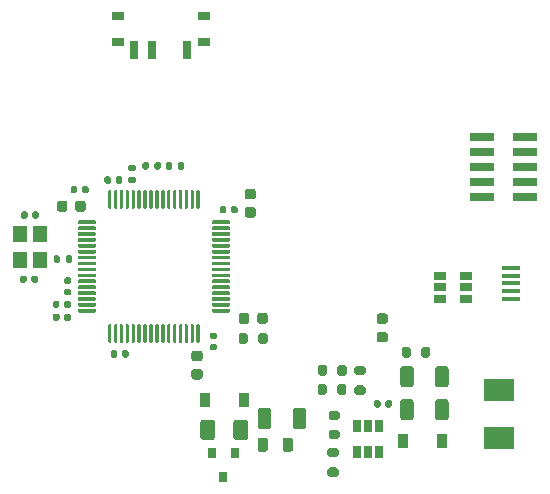
<source format=gbr>
%TF.GenerationSoftware,KiCad,Pcbnew,(5.1.10-1-10_14)*%
%TF.CreationDate,2022-04-25T19:01:15+02:00*%
%TF.ProjectId,STM32_USB_BuckConvertor,53544d33-325f-4555-9342-5f4275636b43,rev?*%
%TF.SameCoordinates,Original*%
%TF.FileFunction,Paste,Top*%
%TF.FilePolarity,Positive*%
%FSLAX46Y46*%
G04 Gerber Fmt 4.6, Leading zero omitted, Abs format (unit mm)*
G04 Created by KiCad (PCBNEW (5.1.10-1-10_14)) date 2022-04-25 19:01:15*
%MOMM*%
%LPD*%
G01*
G04 APERTURE LIST*
%ADD10R,1.060000X0.650000*%
%ADD11R,0.900000X1.200000*%
%ADD12R,0.650000X1.060000*%
%ADD13R,2.100000X0.750000*%
%ADD14R,1.500000X0.450000*%
%ADD15R,2.500000X1.900000*%
%ADD16R,0.800000X0.900000*%
%ADD17R,1.000000X0.800000*%
%ADD18R,0.700000X1.500000*%
%ADD19R,1.200000X1.400000*%
G04 APERTURE END LIST*
D10*
%TO.C,U1*%
X70260000Y-44360000D03*
X70260000Y-45310000D03*
X70260000Y-43410000D03*
X72460000Y-43410000D03*
X72460000Y-44360000D03*
X72460000Y-45310000D03*
%TD*%
%TO.C,U2*%
G36*
G01*
X42125000Y-37625000D02*
X42125000Y-36225000D01*
G75*
G02*
X42200000Y-36150000I75000J0D01*
G01*
X42350000Y-36150000D01*
G75*
G02*
X42425000Y-36225000I0J-75000D01*
G01*
X42425000Y-37625000D01*
G75*
G02*
X42350000Y-37700000I-75000J0D01*
G01*
X42200000Y-37700000D01*
G75*
G02*
X42125000Y-37625000I0J75000D01*
G01*
G37*
G36*
G01*
X42625000Y-37625000D02*
X42625000Y-36225000D01*
G75*
G02*
X42700000Y-36150000I75000J0D01*
G01*
X42850000Y-36150000D01*
G75*
G02*
X42925000Y-36225000I0J-75000D01*
G01*
X42925000Y-37625000D01*
G75*
G02*
X42850000Y-37700000I-75000J0D01*
G01*
X42700000Y-37700000D01*
G75*
G02*
X42625000Y-37625000I0J75000D01*
G01*
G37*
G36*
G01*
X43125000Y-37625000D02*
X43125000Y-36225000D01*
G75*
G02*
X43200000Y-36150000I75000J0D01*
G01*
X43350000Y-36150000D01*
G75*
G02*
X43425000Y-36225000I0J-75000D01*
G01*
X43425000Y-37625000D01*
G75*
G02*
X43350000Y-37700000I-75000J0D01*
G01*
X43200000Y-37700000D01*
G75*
G02*
X43125000Y-37625000I0J75000D01*
G01*
G37*
G36*
G01*
X43625000Y-37625000D02*
X43625000Y-36225000D01*
G75*
G02*
X43700000Y-36150000I75000J0D01*
G01*
X43850000Y-36150000D01*
G75*
G02*
X43925000Y-36225000I0J-75000D01*
G01*
X43925000Y-37625000D01*
G75*
G02*
X43850000Y-37700000I-75000J0D01*
G01*
X43700000Y-37700000D01*
G75*
G02*
X43625000Y-37625000I0J75000D01*
G01*
G37*
G36*
G01*
X44125000Y-37625000D02*
X44125000Y-36225000D01*
G75*
G02*
X44200000Y-36150000I75000J0D01*
G01*
X44350000Y-36150000D01*
G75*
G02*
X44425000Y-36225000I0J-75000D01*
G01*
X44425000Y-37625000D01*
G75*
G02*
X44350000Y-37700000I-75000J0D01*
G01*
X44200000Y-37700000D01*
G75*
G02*
X44125000Y-37625000I0J75000D01*
G01*
G37*
G36*
G01*
X44625000Y-37625000D02*
X44625000Y-36225000D01*
G75*
G02*
X44700000Y-36150000I75000J0D01*
G01*
X44850000Y-36150000D01*
G75*
G02*
X44925000Y-36225000I0J-75000D01*
G01*
X44925000Y-37625000D01*
G75*
G02*
X44850000Y-37700000I-75000J0D01*
G01*
X44700000Y-37700000D01*
G75*
G02*
X44625000Y-37625000I0J75000D01*
G01*
G37*
G36*
G01*
X45125000Y-37625000D02*
X45125000Y-36225000D01*
G75*
G02*
X45200000Y-36150000I75000J0D01*
G01*
X45350000Y-36150000D01*
G75*
G02*
X45425000Y-36225000I0J-75000D01*
G01*
X45425000Y-37625000D01*
G75*
G02*
X45350000Y-37700000I-75000J0D01*
G01*
X45200000Y-37700000D01*
G75*
G02*
X45125000Y-37625000I0J75000D01*
G01*
G37*
G36*
G01*
X45625000Y-37625000D02*
X45625000Y-36225000D01*
G75*
G02*
X45700000Y-36150000I75000J0D01*
G01*
X45850000Y-36150000D01*
G75*
G02*
X45925000Y-36225000I0J-75000D01*
G01*
X45925000Y-37625000D01*
G75*
G02*
X45850000Y-37700000I-75000J0D01*
G01*
X45700000Y-37700000D01*
G75*
G02*
X45625000Y-37625000I0J75000D01*
G01*
G37*
G36*
G01*
X46125000Y-37625000D02*
X46125000Y-36225000D01*
G75*
G02*
X46200000Y-36150000I75000J0D01*
G01*
X46350000Y-36150000D01*
G75*
G02*
X46425000Y-36225000I0J-75000D01*
G01*
X46425000Y-37625000D01*
G75*
G02*
X46350000Y-37700000I-75000J0D01*
G01*
X46200000Y-37700000D01*
G75*
G02*
X46125000Y-37625000I0J75000D01*
G01*
G37*
G36*
G01*
X46625000Y-37625000D02*
X46625000Y-36225000D01*
G75*
G02*
X46700000Y-36150000I75000J0D01*
G01*
X46850000Y-36150000D01*
G75*
G02*
X46925000Y-36225000I0J-75000D01*
G01*
X46925000Y-37625000D01*
G75*
G02*
X46850000Y-37700000I-75000J0D01*
G01*
X46700000Y-37700000D01*
G75*
G02*
X46625000Y-37625000I0J75000D01*
G01*
G37*
G36*
G01*
X47125000Y-37625000D02*
X47125000Y-36225000D01*
G75*
G02*
X47200000Y-36150000I75000J0D01*
G01*
X47350000Y-36150000D01*
G75*
G02*
X47425000Y-36225000I0J-75000D01*
G01*
X47425000Y-37625000D01*
G75*
G02*
X47350000Y-37700000I-75000J0D01*
G01*
X47200000Y-37700000D01*
G75*
G02*
X47125000Y-37625000I0J75000D01*
G01*
G37*
G36*
G01*
X47625000Y-37625000D02*
X47625000Y-36225000D01*
G75*
G02*
X47700000Y-36150000I75000J0D01*
G01*
X47850000Y-36150000D01*
G75*
G02*
X47925000Y-36225000I0J-75000D01*
G01*
X47925000Y-37625000D01*
G75*
G02*
X47850000Y-37700000I-75000J0D01*
G01*
X47700000Y-37700000D01*
G75*
G02*
X47625000Y-37625000I0J75000D01*
G01*
G37*
G36*
G01*
X48125000Y-37625000D02*
X48125000Y-36225000D01*
G75*
G02*
X48200000Y-36150000I75000J0D01*
G01*
X48350000Y-36150000D01*
G75*
G02*
X48425000Y-36225000I0J-75000D01*
G01*
X48425000Y-37625000D01*
G75*
G02*
X48350000Y-37700000I-75000J0D01*
G01*
X48200000Y-37700000D01*
G75*
G02*
X48125000Y-37625000I0J75000D01*
G01*
G37*
G36*
G01*
X48625000Y-37625000D02*
X48625000Y-36225000D01*
G75*
G02*
X48700000Y-36150000I75000J0D01*
G01*
X48850000Y-36150000D01*
G75*
G02*
X48925000Y-36225000I0J-75000D01*
G01*
X48925000Y-37625000D01*
G75*
G02*
X48850000Y-37700000I-75000J0D01*
G01*
X48700000Y-37700000D01*
G75*
G02*
X48625000Y-37625000I0J75000D01*
G01*
G37*
G36*
G01*
X49125000Y-37625000D02*
X49125000Y-36225000D01*
G75*
G02*
X49200000Y-36150000I75000J0D01*
G01*
X49350000Y-36150000D01*
G75*
G02*
X49425000Y-36225000I0J-75000D01*
G01*
X49425000Y-37625000D01*
G75*
G02*
X49350000Y-37700000I-75000J0D01*
G01*
X49200000Y-37700000D01*
G75*
G02*
X49125000Y-37625000I0J75000D01*
G01*
G37*
G36*
G01*
X49625000Y-37625000D02*
X49625000Y-36225000D01*
G75*
G02*
X49700000Y-36150000I75000J0D01*
G01*
X49850000Y-36150000D01*
G75*
G02*
X49925000Y-36225000I0J-75000D01*
G01*
X49925000Y-37625000D01*
G75*
G02*
X49850000Y-37700000I-75000J0D01*
G01*
X49700000Y-37700000D01*
G75*
G02*
X49625000Y-37625000I0J75000D01*
G01*
G37*
G36*
G01*
X50925000Y-38925000D02*
X50925000Y-38775000D01*
G75*
G02*
X51000000Y-38700000I75000J0D01*
G01*
X52400000Y-38700000D01*
G75*
G02*
X52475000Y-38775000I0J-75000D01*
G01*
X52475000Y-38925000D01*
G75*
G02*
X52400000Y-39000000I-75000J0D01*
G01*
X51000000Y-39000000D01*
G75*
G02*
X50925000Y-38925000I0J75000D01*
G01*
G37*
G36*
G01*
X50925000Y-39425000D02*
X50925000Y-39275000D01*
G75*
G02*
X51000000Y-39200000I75000J0D01*
G01*
X52400000Y-39200000D01*
G75*
G02*
X52475000Y-39275000I0J-75000D01*
G01*
X52475000Y-39425000D01*
G75*
G02*
X52400000Y-39500000I-75000J0D01*
G01*
X51000000Y-39500000D01*
G75*
G02*
X50925000Y-39425000I0J75000D01*
G01*
G37*
G36*
G01*
X50925000Y-39925000D02*
X50925000Y-39775000D01*
G75*
G02*
X51000000Y-39700000I75000J0D01*
G01*
X52400000Y-39700000D01*
G75*
G02*
X52475000Y-39775000I0J-75000D01*
G01*
X52475000Y-39925000D01*
G75*
G02*
X52400000Y-40000000I-75000J0D01*
G01*
X51000000Y-40000000D01*
G75*
G02*
X50925000Y-39925000I0J75000D01*
G01*
G37*
G36*
G01*
X50925000Y-40425000D02*
X50925000Y-40275000D01*
G75*
G02*
X51000000Y-40200000I75000J0D01*
G01*
X52400000Y-40200000D01*
G75*
G02*
X52475000Y-40275000I0J-75000D01*
G01*
X52475000Y-40425000D01*
G75*
G02*
X52400000Y-40500000I-75000J0D01*
G01*
X51000000Y-40500000D01*
G75*
G02*
X50925000Y-40425000I0J75000D01*
G01*
G37*
G36*
G01*
X50925000Y-40925000D02*
X50925000Y-40775000D01*
G75*
G02*
X51000000Y-40700000I75000J0D01*
G01*
X52400000Y-40700000D01*
G75*
G02*
X52475000Y-40775000I0J-75000D01*
G01*
X52475000Y-40925000D01*
G75*
G02*
X52400000Y-41000000I-75000J0D01*
G01*
X51000000Y-41000000D01*
G75*
G02*
X50925000Y-40925000I0J75000D01*
G01*
G37*
G36*
G01*
X50925000Y-41425000D02*
X50925000Y-41275000D01*
G75*
G02*
X51000000Y-41200000I75000J0D01*
G01*
X52400000Y-41200000D01*
G75*
G02*
X52475000Y-41275000I0J-75000D01*
G01*
X52475000Y-41425000D01*
G75*
G02*
X52400000Y-41500000I-75000J0D01*
G01*
X51000000Y-41500000D01*
G75*
G02*
X50925000Y-41425000I0J75000D01*
G01*
G37*
G36*
G01*
X50925000Y-41925000D02*
X50925000Y-41775000D01*
G75*
G02*
X51000000Y-41700000I75000J0D01*
G01*
X52400000Y-41700000D01*
G75*
G02*
X52475000Y-41775000I0J-75000D01*
G01*
X52475000Y-41925000D01*
G75*
G02*
X52400000Y-42000000I-75000J0D01*
G01*
X51000000Y-42000000D01*
G75*
G02*
X50925000Y-41925000I0J75000D01*
G01*
G37*
G36*
G01*
X50925000Y-42425000D02*
X50925000Y-42275000D01*
G75*
G02*
X51000000Y-42200000I75000J0D01*
G01*
X52400000Y-42200000D01*
G75*
G02*
X52475000Y-42275000I0J-75000D01*
G01*
X52475000Y-42425000D01*
G75*
G02*
X52400000Y-42500000I-75000J0D01*
G01*
X51000000Y-42500000D01*
G75*
G02*
X50925000Y-42425000I0J75000D01*
G01*
G37*
G36*
G01*
X50925000Y-42925000D02*
X50925000Y-42775000D01*
G75*
G02*
X51000000Y-42700000I75000J0D01*
G01*
X52400000Y-42700000D01*
G75*
G02*
X52475000Y-42775000I0J-75000D01*
G01*
X52475000Y-42925000D01*
G75*
G02*
X52400000Y-43000000I-75000J0D01*
G01*
X51000000Y-43000000D01*
G75*
G02*
X50925000Y-42925000I0J75000D01*
G01*
G37*
G36*
G01*
X50925000Y-43425000D02*
X50925000Y-43275000D01*
G75*
G02*
X51000000Y-43200000I75000J0D01*
G01*
X52400000Y-43200000D01*
G75*
G02*
X52475000Y-43275000I0J-75000D01*
G01*
X52475000Y-43425000D01*
G75*
G02*
X52400000Y-43500000I-75000J0D01*
G01*
X51000000Y-43500000D01*
G75*
G02*
X50925000Y-43425000I0J75000D01*
G01*
G37*
G36*
G01*
X50925000Y-43925000D02*
X50925000Y-43775000D01*
G75*
G02*
X51000000Y-43700000I75000J0D01*
G01*
X52400000Y-43700000D01*
G75*
G02*
X52475000Y-43775000I0J-75000D01*
G01*
X52475000Y-43925000D01*
G75*
G02*
X52400000Y-44000000I-75000J0D01*
G01*
X51000000Y-44000000D01*
G75*
G02*
X50925000Y-43925000I0J75000D01*
G01*
G37*
G36*
G01*
X50925000Y-44425000D02*
X50925000Y-44275000D01*
G75*
G02*
X51000000Y-44200000I75000J0D01*
G01*
X52400000Y-44200000D01*
G75*
G02*
X52475000Y-44275000I0J-75000D01*
G01*
X52475000Y-44425000D01*
G75*
G02*
X52400000Y-44500000I-75000J0D01*
G01*
X51000000Y-44500000D01*
G75*
G02*
X50925000Y-44425000I0J75000D01*
G01*
G37*
G36*
G01*
X50925000Y-44925000D02*
X50925000Y-44775000D01*
G75*
G02*
X51000000Y-44700000I75000J0D01*
G01*
X52400000Y-44700000D01*
G75*
G02*
X52475000Y-44775000I0J-75000D01*
G01*
X52475000Y-44925000D01*
G75*
G02*
X52400000Y-45000000I-75000J0D01*
G01*
X51000000Y-45000000D01*
G75*
G02*
X50925000Y-44925000I0J75000D01*
G01*
G37*
G36*
G01*
X50925000Y-45425000D02*
X50925000Y-45275000D01*
G75*
G02*
X51000000Y-45200000I75000J0D01*
G01*
X52400000Y-45200000D01*
G75*
G02*
X52475000Y-45275000I0J-75000D01*
G01*
X52475000Y-45425000D01*
G75*
G02*
X52400000Y-45500000I-75000J0D01*
G01*
X51000000Y-45500000D01*
G75*
G02*
X50925000Y-45425000I0J75000D01*
G01*
G37*
G36*
G01*
X50925000Y-45925000D02*
X50925000Y-45775000D01*
G75*
G02*
X51000000Y-45700000I75000J0D01*
G01*
X52400000Y-45700000D01*
G75*
G02*
X52475000Y-45775000I0J-75000D01*
G01*
X52475000Y-45925000D01*
G75*
G02*
X52400000Y-46000000I-75000J0D01*
G01*
X51000000Y-46000000D01*
G75*
G02*
X50925000Y-45925000I0J75000D01*
G01*
G37*
G36*
G01*
X50925000Y-46425000D02*
X50925000Y-46275000D01*
G75*
G02*
X51000000Y-46200000I75000J0D01*
G01*
X52400000Y-46200000D01*
G75*
G02*
X52475000Y-46275000I0J-75000D01*
G01*
X52475000Y-46425000D01*
G75*
G02*
X52400000Y-46500000I-75000J0D01*
G01*
X51000000Y-46500000D01*
G75*
G02*
X50925000Y-46425000I0J75000D01*
G01*
G37*
G36*
G01*
X49625000Y-48975000D02*
X49625000Y-47575000D01*
G75*
G02*
X49700000Y-47500000I75000J0D01*
G01*
X49850000Y-47500000D01*
G75*
G02*
X49925000Y-47575000I0J-75000D01*
G01*
X49925000Y-48975000D01*
G75*
G02*
X49850000Y-49050000I-75000J0D01*
G01*
X49700000Y-49050000D01*
G75*
G02*
X49625000Y-48975000I0J75000D01*
G01*
G37*
G36*
G01*
X49125000Y-48975000D02*
X49125000Y-47575000D01*
G75*
G02*
X49200000Y-47500000I75000J0D01*
G01*
X49350000Y-47500000D01*
G75*
G02*
X49425000Y-47575000I0J-75000D01*
G01*
X49425000Y-48975000D01*
G75*
G02*
X49350000Y-49050000I-75000J0D01*
G01*
X49200000Y-49050000D01*
G75*
G02*
X49125000Y-48975000I0J75000D01*
G01*
G37*
G36*
G01*
X48625000Y-48975000D02*
X48625000Y-47575000D01*
G75*
G02*
X48700000Y-47500000I75000J0D01*
G01*
X48850000Y-47500000D01*
G75*
G02*
X48925000Y-47575000I0J-75000D01*
G01*
X48925000Y-48975000D01*
G75*
G02*
X48850000Y-49050000I-75000J0D01*
G01*
X48700000Y-49050000D01*
G75*
G02*
X48625000Y-48975000I0J75000D01*
G01*
G37*
G36*
G01*
X48125000Y-48975000D02*
X48125000Y-47575000D01*
G75*
G02*
X48200000Y-47500000I75000J0D01*
G01*
X48350000Y-47500000D01*
G75*
G02*
X48425000Y-47575000I0J-75000D01*
G01*
X48425000Y-48975000D01*
G75*
G02*
X48350000Y-49050000I-75000J0D01*
G01*
X48200000Y-49050000D01*
G75*
G02*
X48125000Y-48975000I0J75000D01*
G01*
G37*
G36*
G01*
X47625000Y-48975000D02*
X47625000Y-47575000D01*
G75*
G02*
X47700000Y-47500000I75000J0D01*
G01*
X47850000Y-47500000D01*
G75*
G02*
X47925000Y-47575000I0J-75000D01*
G01*
X47925000Y-48975000D01*
G75*
G02*
X47850000Y-49050000I-75000J0D01*
G01*
X47700000Y-49050000D01*
G75*
G02*
X47625000Y-48975000I0J75000D01*
G01*
G37*
G36*
G01*
X47125000Y-48975000D02*
X47125000Y-47575000D01*
G75*
G02*
X47200000Y-47500000I75000J0D01*
G01*
X47350000Y-47500000D01*
G75*
G02*
X47425000Y-47575000I0J-75000D01*
G01*
X47425000Y-48975000D01*
G75*
G02*
X47350000Y-49050000I-75000J0D01*
G01*
X47200000Y-49050000D01*
G75*
G02*
X47125000Y-48975000I0J75000D01*
G01*
G37*
G36*
G01*
X46625000Y-48975000D02*
X46625000Y-47575000D01*
G75*
G02*
X46700000Y-47500000I75000J0D01*
G01*
X46850000Y-47500000D01*
G75*
G02*
X46925000Y-47575000I0J-75000D01*
G01*
X46925000Y-48975000D01*
G75*
G02*
X46850000Y-49050000I-75000J0D01*
G01*
X46700000Y-49050000D01*
G75*
G02*
X46625000Y-48975000I0J75000D01*
G01*
G37*
G36*
G01*
X46125000Y-48975000D02*
X46125000Y-47575000D01*
G75*
G02*
X46200000Y-47500000I75000J0D01*
G01*
X46350000Y-47500000D01*
G75*
G02*
X46425000Y-47575000I0J-75000D01*
G01*
X46425000Y-48975000D01*
G75*
G02*
X46350000Y-49050000I-75000J0D01*
G01*
X46200000Y-49050000D01*
G75*
G02*
X46125000Y-48975000I0J75000D01*
G01*
G37*
G36*
G01*
X45625000Y-48975000D02*
X45625000Y-47575000D01*
G75*
G02*
X45700000Y-47500000I75000J0D01*
G01*
X45850000Y-47500000D01*
G75*
G02*
X45925000Y-47575000I0J-75000D01*
G01*
X45925000Y-48975000D01*
G75*
G02*
X45850000Y-49050000I-75000J0D01*
G01*
X45700000Y-49050000D01*
G75*
G02*
X45625000Y-48975000I0J75000D01*
G01*
G37*
G36*
G01*
X45125000Y-48975000D02*
X45125000Y-47575000D01*
G75*
G02*
X45200000Y-47500000I75000J0D01*
G01*
X45350000Y-47500000D01*
G75*
G02*
X45425000Y-47575000I0J-75000D01*
G01*
X45425000Y-48975000D01*
G75*
G02*
X45350000Y-49050000I-75000J0D01*
G01*
X45200000Y-49050000D01*
G75*
G02*
X45125000Y-48975000I0J75000D01*
G01*
G37*
G36*
G01*
X44625000Y-48975000D02*
X44625000Y-47575000D01*
G75*
G02*
X44700000Y-47500000I75000J0D01*
G01*
X44850000Y-47500000D01*
G75*
G02*
X44925000Y-47575000I0J-75000D01*
G01*
X44925000Y-48975000D01*
G75*
G02*
X44850000Y-49050000I-75000J0D01*
G01*
X44700000Y-49050000D01*
G75*
G02*
X44625000Y-48975000I0J75000D01*
G01*
G37*
G36*
G01*
X44125000Y-48975000D02*
X44125000Y-47575000D01*
G75*
G02*
X44200000Y-47500000I75000J0D01*
G01*
X44350000Y-47500000D01*
G75*
G02*
X44425000Y-47575000I0J-75000D01*
G01*
X44425000Y-48975000D01*
G75*
G02*
X44350000Y-49050000I-75000J0D01*
G01*
X44200000Y-49050000D01*
G75*
G02*
X44125000Y-48975000I0J75000D01*
G01*
G37*
G36*
G01*
X43625000Y-48975000D02*
X43625000Y-47575000D01*
G75*
G02*
X43700000Y-47500000I75000J0D01*
G01*
X43850000Y-47500000D01*
G75*
G02*
X43925000Y-47575000I0J-75000D01*
G01*
X43925000Y-48975000D01*
G75*
G02*
X43850000Y-49050000I-75000J0D01*
G01*
X43700000Y-49050000D01*
G75*
G02*
X43625000Y-48975000I0J75000D01*
G01*
G37*
G36*
G01*
X43125000Y-48975000D02*
X43125000Y-47575000D01*
G75*
G02*
X43200000Y-47500000I75000J0D01*
G01*
X43350000Y-47500000D01*
G75*
G02*
X43425000Y-47575000I0J-75000D01*
G01*
X43425000Y-48975000D01*
G75*
G02*
X43350000Y-49050000I-75000J0D01*
G01*
X43200000Y-49050000D01*
G75*
G02*
X43125000Y-48975000I0J75000D01*
G01*
G37*
G36*
G01*
X42625000Y-48975000D02*
X42625000Y-47575000D01*
G75*
G02*
X42700000Y-47500000I75000J0D01*
G01*
X42850000Y-47500000D01*
G75*
G02*
X42925000Y-47575000I0J-75000D01*
G01*
X42925000Y-48975000D01*
G75*
G02*
X42850000Y-49050000I-75000J0D01*
G01*
X42700000Y-49050000D01*
G75*
G02*
X42625000Y-48975000I0J75000D01*
G01*
G37*
G36*
G01*
X42125000Y-48975000D02*
X42125000Y-47575000D01*
G75*
G02*
X42200000Y-47500000I75000J0D01*
G01*
X42350000Y-47500000D01*
G75*
G02*
X42425000Y-47575000I0J-75000D01*
G01*
X42425000Y-48975000D01*
G75*
G02*
X42350000Y-49050000I-75000J0D01*
G01*
X42200000Y-49050000D01*
G75*
G02*
X42125000Y-48975000I0J75000D01*
G01*
G37*
G36*
G01*
X39575000Y-46425000D02*
X39575000Y-46275000D01*
G75*
G02*
X39650000Y-46200000I75000J0D01*
G01*
X41050000Y-46200000D01*
G75*
G02*
X41125000Y-46275000I0J-75000D01*
G01*
X41125000Y-46425000D01*
G75*
G02*
X41050000Y-46500000I-75000J0D01*
G01*
X39650000Y-46500000D01*
G75*
G02*
X39575000Y-46425000I0J75000D01*
G01*
G37*
G36*
G01*
X39575000Y-45925000D02*
X39575000Y-45775000D01*
G75*
G02*
X39650000Y-45700000I75000J0D01*
G01*
X41050000Y-45700000D01*
G75*
G02*
X41125000Y-45775000I0J-75000D01*
G01*
X41125000Y-45925000D01*
G75*
G02*
X41050000Y-46000000I-75000J0D01*
G01*
X39650000Y-46000000D01*
G75*
G02*
X39575000Y-45925000I0J75000D01*
G01*
G37*
G36*
G01*
X39575000Y-45425000D02*
X39575000Y-45275000D01*
G75*
G02*
X39650000Y-45200000I75000J0D01*
G01*
X41050000Y-45200000D01*
G75*
G02*
X41125000Y-45275000I0J-75000D01*
G01*
X41125000Y-45425000D01*
G75*
G02*
X41050000Y-45500000I-75000J0D01*
G01*
X39650000Y-45500000D01*
G75*
G02*
X39575000Y-45425000I0J75000D01*
G01*
G37*
G36*
G01*
X39575000Y-44925000D02*
X39575000Y-44775000D01*
G75*
G02*
X39650000Y-44700000I75000J0D01*
G01*
X41050000Y-44700000D01*
G75*
G02*
X41125000Y-44775000I0J-75000D01*
G01*
X41125000Y-44925000D01*
G75*
G02*
X41050000Y-45000000I-75000J0D01*
G01*
X39650000Y-45000000D01*
G75*
G02*
X39575000Y-44925000I0J75000D01*
G01*
G37*
G36*
G01*
X39575000Y-44425000D02*
X39575000Y-44275000D01*
G75*
G02*
X39650000Y-44200000I75000J0D01*
G01*
X41050000Y-44200000D01*
G75*
G02*
X41125000Y-44275000I0J-75000D01*
G01*
X41125000Y-44425000D01*
G75*
G02*
X41050000Y-44500000I-75000J0D01*
G01*
X39650000Y-44500000D01*
G75*
G02*
X39575000Y-44425000I0J75000D01*
G01*
G37*
G36*
G01*
X39575000Y-43925000D02*
X39575000Y-43775000D01*
G75*
G02*
X39650000Y-43700000I75000J0D01*
G01*
X41050000Y-43700000D01*
G75*
G02*
X41125000Y-43775000I0J-75000D01*
G01*
X41125000Y-43925000D01*
G75*
G02*
X41050000Y-44000000I-75000J0D01*
G01*
X39650000Y-44000000D01*
G75*
G02*
X39575000Y-43925000I0J75000D01*
G01*
G37*
G36*
G01*
X39575000Y-43425000D02*
X39575000Y-43275000D01*
G75*
G02*
X39650000Y-43200000I75000J0D01*
G01*
X41050000Y-43200000D01*
G75*
G02*
X41125000Y-43275000I0J-75000D01*
G01*
X41125000Y-43425000D01*
G75*
G02*
X41050000Y-43500000I-75000J0D01*
G01*
X39650000Y-43500000D01*
G75*
G02*
X39575000Y-43425000I0J75000D01*
G01*
G37*
G36*
G01*
X39575000Y-42925000D02*
X39575000Y-42775000D01*
G75*
G02*
X39650000Y-42700000I75000J0D01*
G01*
X41050000Y-42700000D01*
G75*
G02*
X41125000Y-42775000I0J-75000D01*
G01*
X41125000Y-42925000D01*
G75*
G02*
X41050000Y-43000000I-75000J0D01*
G01*
X39650000Y-43000000D01*
G75*
G02*
X39575000Y-42925000I0J75000D01*
G01*
G37*
G36*
G01*
X39575000Y-42425000D02*
X39575000Y-42275000D01*
G75*
G02*
X39650000Y-42200000I75000J0D01*
G01*
X41050000Y-42200000D01*
G75*
G02*
X41125000Y-42275000I0J-75000D01*
G01*
X41125000Y-42425000D01*
G75*
G02*
X41050000Y-42500000I-75000J0D01*
G01*
X39650000Y-42500000D01*
G75*
G02*
X39575000Y-42425000I0J75000D01*
G01*
G37*
G36*
G01*
X39575000Y-41925000D02*
X39575000Y-41775000D01*
G75*
G02*
X39650000Y-41700000I75000J0D01*
G01*
X41050000Y-41700000D01*
G75*
G02*
X41125000Y-41775000I0J-75000D01*
G01*
X41125000Y-41925000D01*
G75*
G02*
X41050000Y-42000000I-75000J0D01*
G01*
X39650000Y-42000000D01*
G75*
G02*
X39575000Y-41925000I0J75000D01*
G01*
G37*
G36*
G01*
X39575000Y-41425000D02*
X39575000Y-41275000D01*
G75*
G02*
X39650000Y-41200000I75000J0D01*
G01*
X41050000Y-41200000D01*
G75*
G02*
X41125000Y-41275000I0J-75000D01*
G01*
X41125000Y-41425000D01*
G75*
G02*
X41050000Y-41500000I-75000J0D01*
G01*
X39650000Y-41500000D01*
G75*
G02*
X39575000Y-41425000I0J75000D01*
G01*
G37*
G36*
G01*
X39575000Y-40925000D02*
X39575000Y-40775000D01*
G75*
G02*
X39650000Y-40700000I75000J0D01*
G01*
X41050000Y-40700000D01*
G75*
G02*
X41125000Y-40775000I0J-75000D01*
G01*
X41125000Y-40925000D01*
G75*
G02*
X41050000Y-41000000I-75000J0D01*
G01*
X39650000Y-41000000D01*
G75*
G02*
X39575000Y-40925000I0J75000D01*
G01*
G37*
G36*
G01*
X39575000Y-40425000D02*
X39575000Y-40275000D01*
G75*
G02*
X39650000Y-40200000I75000J0D01*
G01*
X41050000Y-40200000D01*
G75*
G02*
X41125000Y-40275000I0J-75000D01*
G01*
X41125000Y-40425000D01*
G75*
G02*
X41050000Y-40500000I-75000J0D01*
G01*
X39650000Y-40500000D01*
G75*
G02*
X39575000Y-40425000I0J75000D01*
G01*
G37*
G36*
G01*
X39575000Y-39925000D02*
X39575000Y-39775000D01*
G75*
G02*
X39650000Y-39700000I75000J0D01*
G01*
X41050000Y-39700000D01*
G75*
G02*
X41125000Y-39775000I0J-75000D01*
G01*
X41125000Y-39925000D01*
G75*
G02*
X41050000Y-40000000I-75000J0D01*
G01*
X39650000Y-40000000D01*
G75*
G02*
X39575000Y-39925000I0J75000D01*
G01*
G37*
G36*
G01*
X39575000Y-39425000D02*
X39575000Y-39275000D01*
G75*
G02*
X39650000Y-39200000I75000J0D01*
G01*
X41050000Y-39200000D01*
G75*
G02*
X41125000Y-39275000I0J-75000D01*
G01*
X41125000Y-39425000D01*
G75*
G02*
X41050000Y-39500000I-75000J0D01*
G01*
X39650000Y-39500000D01*
G75*
G02*
X39575000Y-39425000I0J75000D01*
G01*
G37*
G36*
G01*
X39575000Y-38925000D02*
X39575000Y-38775000D01*
G75*
G02*
X39650000Y-38700000I75000J0D01*
G01*
X41050000Y-38700000D01*
G75*
G02*
X41125000Y-38775000I0J-75000D01*
G01*
X41125000Y-38925000D01*
G75*
G02*
X41050000Y-39000000I-75000J0D01*
G01*
X39650000Y-39000000D01*
G75*
G02*
X39575000Y-38925000I0J75000D01*
G01*
G37*
%TD*%
%TO.C,C1*%
G36*
G01*
X57770000Y-56120001D02*
X57770000Y-54819999D01*
G75*
G02*
X58019999Y-54570000I249999J0D01*
G01*
X58670001Y-54570000D01*
G75*
G02*
X58920000Y-54819999I0J-249999D01*
G01*
X58920000Y-56120001D01*
G75*
G02*
X58670001Y-56370000I-249999J0D01*
G01*
X58019999Y-56370000D01*
G75*
G02*
X57770000Y-56120001I0J249999D01*
G01*
G37*
G36*
G01*
X54820000Y-56120001D02*
X54820000Y-54819999D01*
G75*
G02*
X55069999Y-54570000I249999J0D01*
G01*
X55720001Y-54570000D01*
G75*
G02*
X55970000Y-54819999I0J-249999D01*
G01*
X55970000Y-56120001D01*
G75*
G02*
X55720001Y-56370000I-249999J0D01*
G01*
X55069999Y-56370000D01*
G75*
G02*
X54820000Y-56120001I0J249999D01*
G01*
G37*
%TD*%
%TO.C,C2*%
G36*
G01*
X68020000Y-54079999D02*
X68020000Y-55380001D01*
G75*
G02*
X67770001Y-55630000I-249999J0D01*
G01*
X67119999Y-55630000D01*
G75*
G02*
X66870000Y-55380001I0J249999D01*
G01*
X66870000Y-54079999D01*
G75*
G02*
X67119999Y-53830000I249999J0D01*
G01*
X67770001Y-53830000D01*
G75*
G02*
X68020000Y-54079999I0J-249999D01*
G01*
G37*
G36*
G01*
X70970000Y-54079999D02*
X70970000Y-55380001D01*
G75*
G02*
X70720001Y-55630000I-249999J0D01*
G01*
X70069999Y-55630000D01*
G75*
G02*
X69820000Y-55380001I0J249999D01*
G01*
X69820000Y-54079999D01*
G75*
G02*
X70069999Y-53830000I249999J0D01*
G01*
X70720001Y-53830000D01*
G75*
G02*
X70970000Y-54079999I0J-249999D01*
G01*
G37*
%TD*%
%TO.C,C3*%
G36*
G01*
X68020000Y-51279999D02*
X68020000Y-52580001D01*
G75*
G02*
X67770001Y-52830000I-249999J0D01*
G01*
X67119999Y-52830000D01*
G75*
G02*
X66870000Y-52580001I0J249999D01*
G01*
X66870000Y-51279999D01*
G75*
G02*
X67119999Y-51030000I249999J0D01*
G01*
X67770001Y-51030000D01*
G75*
G02*
X68020000Y-51279999I0J-249999D01*
G01*
G37*
G36*
G01*
X70970000Y-51279999D02*
X70970000Y-52580001D01*
G75*
G02*
X70720001Y-52830000I-249999J0D01*
G01*
X70069999Y-52830000D01*
G75*
G02*
X69820000Y-52580001I0J249999D01*
G01*
X69820000Y-51279999D01*
G75*
G02*
X70069999Y-51030000I249999J0D01*
G01*
X70720001Y-51030000D01*
G75*
G02*
X70970000Y-51279999I0J-249999D01*
G01*
G37*
%TD*%
%TO.C,C4*%
G36*
G01*
X65220000Y-54060000D02*
X65220000Y-54400000D01*
G75*
G02*
X65080000Y-54540000I-140000J0D01*
G01*
X64800000Y-54540000D01*
G75*
G02*
X64660000Y-54400000I0J140000D01*
G01*
X64660000Y-54060000D01*
G75*
G02*
X64800000Y-53920000I140000J0D01*
G01*
X65080000Y-53920000D01*
G75*
G02*
X65220000Y-54060000I0J-140000D01*
G01*
G37*
G36*
G01*
X66180000Y-54060000D02*
X66180000Y-54400000D01*
G75*
G02*
X66040000Y-54540000I-140000J0D01*
G01*
X65760000Y-54540000D01*
G75*
G02*
X65620000Y-54400000I0J140000D01*
G01*
X65620000Y-54060000D01*
G75*
G02*
X65760000Y-53920000I140000J0D01*
G01*
X66040000Y-53920000D01*
G75*
G02*
X66180000Y-54060000I0J-140000D01*
G01*
G37*
%TD*%
%TO.C,C5*%
G36*
G01*
X38700000Y-37250000D02*
X38700000Y-37750000D01*
G75*
G02*
X38475000Y-37975000I-225000J0D01*
G01*
X38025000Y-37975000D01*
G75*
G02*
X37800000Y-37750000I0J225000D01*
G01*
X37800000Y-37250000D01*
G75*
G02*
X38025000Y-37025000I225000J0D01*
G01*
X38475000Y-37025000D01*
G75*
G02*
X38700000Y-37250000I0J-225000D01*
G01*
G37*
G36*
G01*
X40250000Y-37250000D02*
X40250000Y-37750000D01*
G75*
G02*
X40025000Y-37975000I-225000J0D01*
G01*
X39575000Y-37975000D01*
G75*
G02*
X39350000Y-37750000I0J225000D01*
G01*
X39350000Y-37250000D01*
G75*
G02*
X39575000Y-37025000I225000J0D01*
G01*
X40025000Y-37025000D01*
G75*
G02*
X40250000Y-37250000I0J-225000D01*
G01*
G37*
%TD*%
%TO.C,C6*%
G36*
G01*
X39525000Y-35930000D02*
X39525000Y-36270000D01*
G75*
G02*
X39385000Y-36410000I-140000J0D01*
G01*
X39105000Y-36410000D01*
G75*
G02*
X38965000Y-36270000I0J140000D01*
G01*
X38965000Y-35930000D01*
G75*
G02*
X39105000Y-35790000I140000J0D01*
G01*
X39385000Y-35790000D01*
G75*
G02*
X39525000Y-35930000I0J-140000D01*
G01*
G37*
G36*
G01*
X40485000Y-35930000D02*
X40485000Y-36270000D01*
G75*
G02*
X40345000Y-36410000I-140000J0D01*
G01*
X40065000Y-36410000D01*
G75*
G02*
X39925000Y-36270000I0J140000D01*
G01*
X39925000Y-35930000D01*
G75*
G02*
X40065000Y-35790000I140000J0D01*
G01*
X40345000Y-35790000D01*
G75*
G02*
X40485000Y-35930000I0J-140000D01*
G01*
G37*
%TD*%
%TO.C,C7*%
G36*
G01*
X42925000Y-49830000D02*
X42925000Y-50170000D01*
G75*
G02*
X42785000Y-50310000I-140000J0D01*
G01*
X42505000Y-50310000D01*
G75*
G02*
X42365000Y-50170000I0J140000D01*
G01*
X42365000Y-49830000D01*
G75*
G02*
X42505000Y-49690000I140000J0D01*
G01*
X42785000Y-49690000D01*
G75*
G02*
X42925000Y-49830000I0J-140000D01*
G01*
G37*
G36*
G01*
X43885000Y-49830000D02*
X43885000Y-50170000D01*
G75*
G02*
X43745000Y-50310000I-140000J0D01*
G01*
X43465000Y-50310000D01*
G75*
G02*
X43325000Y-50170000I0J140000D01*
G01*
X43325000Y-49830000D01*
G75*
G02*
X43465000Y-49690000I140000J0D01*
G01*
X43745000Y-49690000D01*
G75*
G02*
X43885000Y-49830000I0J-140000D01*
G01*
G37*
%TD*%
%TO.C,C8*%
G36*
G01*
X50880000Y-49150000D02*
X51220000Y-49150000D01*
G75*
G02*
X51360000Y-49290000I0J-140000D01*
G01*
X51360000Y-49570000D01*
G75*
G02*
X51220000Y-49710000I-140000J0D01*
G01*
X50880000Y-49710000D01*
G75*
G02*
X50740000Y-49570000I0J140000D01*
G01*
X50740000Y-49290000D01*
G75*
G02*
X50880000Y-49150000I140000J0D01*
G01*
G37*
G36*
G01*
X50880000Y-48190000D02*
X51220000Y-48190000D01*
G75*
G02*
X51360000Y-48330000I0J-140000D01*
G01*
X51360000Y-48610000D01*
G75*
G02*
X51220000Y-48750000I-140000J0D01*
G01*
X50880000Y-48750000D01*
G75*
G02*
X50740000Y-48610000I0J140000D01*
G01*
X50740000Y-48330000D01*
G75*
G02*
X50880000Y-48190000I140000J0D01*
G01*
G37*
%TD*%
%TO.C,C9*%
G36*
G01*
X52550000Y-37970000D02*
X52550000Y-37630000D01*
G75*
G02*
X52690000Y-37490000I140000J0D01*
G01*
X52970000Y-37490000D01*
G75*
G02*
X53110000Y-37630000I0J-140000D01*
G01*
X53110000Y-37970000D01*
G75*
G02*
X52970000Y-38110000I-140000J0D01*
G01*
X52690000Y-38110000D01*
G75*
G02*
X52550000Y-37970000I0J140000D01*
G01*
G37*
G36*
G01*
X51590000Y-37970000D02*
X51590000Y-37630000D01*
G75*
G02*
X51730000Y-37490000I140000J0D01*
G01*
X52010000Y-37490000D01*
G75*
G02*
X52150000Y-37630000I0J-140000D01*
G01*
X52150000Y-37970000D01*
G75*
G02*
X52010000Y-38110000I-140000J0D01*
G01*
X51730000Y-38110000D01*
G75*
G02*
X51590000Y-37970000I0J140000D01*
G01*
G37*
%TD*%
%TO.C,C10*%
G36*
G01*
X42790000Y-35460000D02*
X42790000Y-35120000D01*
G75*
G02*
X42930000Y-34980000I140000J0D01*
G01*
X43210000Y-34980000D01*
G75*
G02*
X43350000Y-35120000I0J-140000D01*
G01*
X43350000Y-35460000D01*
G75*
G02*
X43210000Y-35600000I-140000J0D01*
G01*
X42930000Y-35600000D01*
G75*
G02*
X42790000Y-35460000I0J140000D01*
G01*
G37*
G36*
G01*
X41830000Y-35460000D02*
X41830000Y-35120000D01*
G75*
G02*
X41970000Y-34980000I140000J0D01*
G01*
X42250000Y-34980000D01*
G75*
G02*
X42390000Y-35120000I0J-140000D01*
G01*
X42390000Y-35460000D01*
G75*
G02*
X42250000Y-35600000I-140000J0D01*
G01*
X41970000Y-35600000D01*
G75*
G02*
X41830000Y-35460000I0J140000D01*
G01*
G37*
%TD*%
%TO.C,C11*%
G36*
G01*
X38900000Y-44090000D02*
X38560000Y-44090000D01*
G75*
G02*
X38420000Y-43950000I0J140000D01*
G01*
X38420000Y-43670000D01*
G75*
G02*
X38560000Y-43530000I140000J0D01*
G01*
X38900000Y-43530000D01*
G75*
G02*
X39040000Y-43670000I0J-140000D01*
G01*
X39040000Y-43950000D01*
G75*
G02*
X38900000Y-44090000I-140000J0D01*
G01*
G37*
G36*
G01*
X38900000Y-45050000D02*
X38560000Y-45050000D01*
G75*
G02*
X38420000Y-44910000I0J140000D01*
G01*
X38420000Y-44630000D01*
G75*
G02*
X38560000Y-44490000I140000J0D01*
G01*
X38900000Y-44490000D01*
G75*
G02*
X39040000Y-44630000I0J-140000D01*
G01*
X39040000Y-44910000D01*
G75*
G02*
X38900000Y-45050000I-140000J0D01*
G01*
G37*
%TD*%
%TO.C,C12*%
G36*
G01*
X38025000Y-45630000D02*
X38025000Y-45970000D01*
G75*
G02*
X37885000Y-46110000I-140000J0D01*
G01*
X37605000Y-46110000D01*
G75*
G02*
X37465000Y-45970000I0J140000D01*
G01*
X37465000Y-45630000D01*
G75*
G02*
X37605000Y-45490000I140000J0D01*
G01*
X37885000Y-45490000D01*
G75*
G02*
X38025000Y-45630000I0J-140000D01*
G01*
G37*
G36*
G01*
X38985000Y-45630000D02*
X38985000Y-45970000D01*
G75*
G02*
X38845000Y-46110000I-140000J0D01*
G01*
X38565000Y-46110000D01*
G75*
G02*
X38425000Y-45970000I0J140000D01*
G01*
X38425000Y-45630000D01*
G75*
G02*
X38565000Y-45490000I140000J0D01*
G01*
X38845000Y-45490000D01*
G75*
G02*
X38985000Y-45630000I0J-140000D01*
G01*
G37*
%TD*%
%TO.C,C13*%
G36*
G01*
X49420000Y-51275000D02*
X49920000Y-51275000D01*
G75*
G02*
X50145000Y-51500000I0J-225000D01*
G01*
X50145000Y-51950000D01*
G75*
G02*
X49920000Y-52175000I-225000J0D01*
G01*
X49420000Y-52175000D01*
G75*
G02*
X49195000Y-51950000I0J225000D01*
G01*
X49195000Y-51500000D01*
G75*
G02*
X49420000Y-51275000I225000J0D01*
G01*
G37*
G36*
G01*
X49420000Y-49725000D02*
X49920000Y-49725000D01*
G75*
G02*
X50145000Y-49950000I0J-225000D01*
G01*
X50145000Y-50400000D01*
G75*
G02*
X49920000Y-50625000I-225000J0D01*
G01*
X49420000Y-50625000D01*
G75*
G02*
X49195000Y-50400000I0J225000D01*
G01*
X49195000Y-49950000D01*
G75*
G02*
X49420000Y-49725000I225000J0D01*
G01*
G37*
%TD*%
%TO.C,C14*%
G36*
G01*
X54425000Y-36925000D02*
X53925000Y-36925000D01*
G75*
G02*
X53700000Y-36700000I0J225000D01*
G01*
X53700000Y-36250000D01*
G75*
G02*
X53925000Y-36025000I225000J0D01*
G01*
X54425000Y-36025000D01*
G75*
G02*
X54650000Y-36250000I0J-225000D01*
G01*
X54650000Y-36700000D01*
G75*
G02*
X54425000Y-36925000I-225000J0D01*
G01*
G37*
G36*
G01*
X54425000Y-38475000D02*
X53925000Y-38475000D01*
G75*
G02*
X53700000Y-38250000I0J225000D01*
G01*
X53700000Y-37800000D01*
G75*
G02*
X53925000Y-37575000I225000J0D01*
G01*
X54425000Y-37575000D01*
G75*
G02*
X54650000Y-37800000I0J-225000D01*
G01*
X54650000Y-38250000D01*
G75*
G02*
X54425000Y-38475000I-225000J0D01*
G01*
G37*
%TD*%
%TO.C,C15*%
G36*
G01*
X35720000Y-38420000D02*
X35720000Y-38080000D01*
G75*
G02*
X35860000Y-37940000I140000J0D01*
G01*
X36140000Y-37940000D01*
G75*
G02*
X36280000Y-38080000I0J-140000D01*
G01*
X36280000Y-38420000D01*
G75*
G02*
X36140000Y-38560000I-140000J0D01*
G01*
X35860000Y-38560000D01*
G75*
G02*
X35720000Y-38420000I0J140000D01*
G01*
G37*
G36*
G01*
X34760000Y-38420000D02*
X34760000Y-38080000D01*
G75*
G02*
X34900000Y-37940000I140000J0D01*
G01*
X35180000Y-37940000D01*
G75*
G02*
X35320000Y-38080000I0J-140000D01*
G01*
X35320000Y-38420000D01*
G75*
G02*
X35180000Y-38560000I-140000J0D01*
G01*
X34900000Y-38560000D01*
G75*
G02*
X34760000Y-38420000I0J140000D01*
G01*
G37*
%TD*%
%TO.C,C16*%
G36*
G01*
X35240000Y-43510000D02*
X35240000Y-43850000D01*
G75*
G02*
X35100000Y-43990000I-140000J0D01*
G01*
X34820000Y-43990000D01*
G75*
G02*
X34680000Y-43850000I0J140000D01*
G01*
X34680000Y-43510000D01*
G75*
G02*
X34820000Y-43370000I140000J0D01*
G01*
X35100000Y-43370000D01*
G75*
G02*
X35240000Y-43510000I0J-140000D01*
G01*
G37*
G36*
G01*
X36200000Y-43510000D02*
X36200000Y-43850000D01*
G75*
G02*
X36060000Y-43990000I-140000J0D01*
G01*
X35780000Y-43990000D01*
G75*
G02*
X35640000Y-43850000I0J140000D01*
G01*
X35640000Y-43510000D01*
G75*
G02*
X35780000Y-43370000I140000J0D01*
G01*
X36060000Y-43370000D01*
G75*
G02*
X36200000Y-43510000I0J-140000D01*
G01*
G37*
%TD*%
D11*
%TO.C,D1*%
X50370000Y-53910000D03*
X53670000Y-53910000D03*
%TD*%
%TO.C,D2*%
X70440000Y-57410000D03*
X67140000Y-57410000D03*
%TD*%
%TO.C,D3*%
G36*
G01*
X54075000Y-46743750D02*
X54075000Y-47256250D01*
G75*
G02*
X53856250Y-47475000I-218750J0D01*
G01*
X53418750Y-47475000D01*
G75*
G02*
X53200000Y-47256250I0J218750D01*
G01*
X53200000Y-46743750D01*
G75*
G02*
X53418750Y-46525000I218750J0D01*
G01*
X53856250Y-46525000D01*
G75*
G02*
X54075000Y-46743750I0J-218750D01*
G01*
G37*
G36*
G01*
X55650000Y-46743750D02*
X55650000Y-47256250D01*
G75*
G02*
X55431250Y-47475000I-218750J0D01*
G01*
X54993750Y-47475000D01*
G75*
G02*
X54775000Y-47256250I0J218750D01*
G01*
X54775000Y-46743750D01*
G75*
G02*
X54993750Y-46525000I218750J0D01*
G01*
X55431250Y-46525000D01*
G75*
G02*
X55650000Y-46743750I0J-218750D01*
G01*
G37*
%TD*%
%TO.C,D4*%
G36*
G01*
X65093750Y-48150000D02*
X65606250Y-48150000D01*
G75*
G02*
X65825000Y-48368750I0J-218750D01*
G01*
X65825000Y-48806250D01*
G75*
G02*
X65606250Y-49025000I-218750J0D01*
G01*
X65093750Y-49025000D01*
G75*
G02*
X64875000Y-48806250I0J218750D01*
G01*
X64875000Y-48368750D01*
G75*
G02*
X65093750Y-48150000I218750J0D01*
G01*
G37*
G36*
G01*
X65093750Y-46575000D02*
X65606250Y-46575000D01*
G75*
G02*
X65825000Y-46793750I0J-218750D01*
G01*
X65825000Y-47231250D01*
G75*
G02*
X65606250Y-47450000I-218750J0D01*
G01*
X65093750Y-47450000D01*
G75*
G02*
X64875000Y-47231250I0J218750D01*
G01*
X64875000Y-46793750D01*
G75*
G02*
X65093750Y-46575000I218750J0D01*
G01*
G37*
%TD*%
%TO.C,F1*%
G36*
G01*
X51195000Y-55805000D02*
X51195000Y-57055000D01*
G75*
G02*
X50945000Y-57305000I-250000J0D01*
G01*
X50195000Y-57305000D01*
G75*
G02*
X49945000Y-57055000I0J250000D01*
G01*
X49945000Y-55805000D01*
G75*
G02*
X50195000Y-55555000I250000J0D01*
G01*
X50945000Y-55555000D01*
G75*
G02*
X51195000Y-55805000I0J-250000D01*
G01*
G37*
G36*
G01*
X53995000Y-55805000D02*
X53995000Y-57055000D01*
G75*
G02*
X53745000Y-57305000I-250000J0D01*
G01*
X52995000Y-57305000D01*
G75*
G02*
X52745000Y-57055000I0J250000D01*
G01*
X52745000Y-55805000D01*
G75*
G02*
X52995000Y-55555000I250000J0D01*
G01*
X53745000Y-55555000D01*
G75*
G02*
X53995000Y-55805000I0J-250000D01*
G01*
G37*
%TD*%
%TO.C,FB1*%
G36*
G01*
X55675000Y-57318750D02*
X55675000Y-58081250D01*
G75*
G02*
X55456250Y-58300000I-218750J0D01*
G01*
X55018750Y-58300000D01*
G75*
G02*
X54800000Y-58081250I0J218750D01*
G01*
X54800000Y-57318750D01*
G75*
G02*
X55018750Y-57100000I218750J0D01*
G01*
X55456250Y-57100000D01*
G75*
G02*
X55675000Y-57318750I0J-218750D01*
G01*
G37*
G36*
G01*
X57800000Y-57318750D02*
X57800000Y-58081250D01*
G75*
G02*
X57581250Y-58300000I-218750J0D01*
G01*
X57143750Y-58300000D01*
G75*
G02*
X56925000Y-58081250I0J218750D01*
G01*
X56925000Y-57318750D01*
G75*
G02*
X57143750Y-57100000I218750J0D01*
G01*
X57581250Y-57100000D01*
G75*
G02*
X57800000Y-57318750I0J-218750D01*
G01*
G37*
%TD*%
D12*
%TO.C,IC1*%
X64130000Y-58340000D03*
X65080000Y-58340000D03*
X63180000Y-58340000D03*
X63180000Y-56140000D03*
X64130000Y-56140000D03*
X65080000Y-56140000D03*
%TD*%
D13*
%TO.C,J4*%
X77440000Y-31600000D03*
X73840000Y-31600000D03*
X77440000Y-32870000D03*
X73840000Y-32870000D03*
X77440000Y-34140000D03*
X73840000Y-34140000D03*
X77440000Y-35410000D03*
X73840000Y-35410000D03*
X77440000Y-36680000D03*
X73840000Y-36680000D03*
%TD*%
D14*
%TO.C,J5*%
X76275000Y-45330000D03*
X76275000Y-42730000D03*
X76275000Y-44680000D03*
X76275000Y-43380000D03*
X76275000Y-44030000D03*
%TD*%
D15*
%TO.C,L1*%
X75270000Y-53050000D03*
X75270000Y-57150000D03*
%TD*%
%TO.C,L2*%
G36*
G01*
X38415000Y-47072500D02*
X38415000Y-46727500D01*
G75*
G02*
X38562500Y-46580000I147500J0D01*
G01*
X38857500Y-46580000D01*
G75*
G02*
X39005000Y-46727500I0J-147500D01*
G01*
X39005000Y-47072500D01*
G75*
G02*
X38857500Y-47220000I-147500J0D01*
G01*
X38562500Y-47220000D01*
G75*
G02*
X38415000Y-47072500I0J147500D01*
G01*
G37*
G36*
G01*
X37445000Y-47072500D02*
X37445000Y-46727500D01*
G75*
G02*
X37592500Y-46580000I147500J0D01*
G01*
X37887500Y-46580000D01*
G75*
G02*
X38035000Y-46727500I0J-147500D01*
G01*
X38035000Y-47072500D01*
G75*
G02*
X37887500Y-47220000I-147500J0D01*
G01*
X37592500Y-47220000D01*
G75*
G02*
X37445000Y-47072500I0J147500D01*
G01*
G37*
%TD*%
D16*
%TO.C,Q1*%
X51900000Y-60400000D03*
X50950000Y-58400000D03*
X52850000Y-58400000D03*
%TD*%
%TO.C,R1*%
G36*
G01*
X61455000Y-58765000D02*
X60905000Y-58765000D01*
G75*
G02*
X60705000Y-58565000I0J200000D01*
G01*
X60705000Y-58165000D01*
G75*
G02*
X60905000Y-57965000I200000J0D01*
G01*
X61455000Y-57965000D01*
G75*
G02*
X61655000Y-58165000I0J-200000D01*
G01*
X61655000Y-58565000D01*
G75*
G02*
X61455000Y-58765000I-200000J0D01*
G01*
G37*
G36*
G01*
X61455000Y-60415000D02*
X60905000Y-60415000D01*
G75*
G02*
X60705000Y-60215000I0J200000D01*
G01*
X60705000Y-59815000D01*
G75*
G02*
X60905000Y-59615000I200000J0D01*
G01*
X61455000Y-59615000D01*
G75*
G02*
X61655000Y-59815000I0J-200000D01*
G01*
X61655000Y-60215000D01*
G75*
G02*
X61455000Y-60415000I-200000J0D01*
G01*
G37*
%TD*%
%TO.C,R2*%
G36*
G01*
X61005000Y-56445000D02*
X61555000Y-56445000D01*
G75*
G02*
X61755000Y-56645000I0J-200000D01*
G01*
X61755000Y-57045000D01*
G75*
G02*
X61555000Y-57245000I-200000J0D01*
G01*
X61005000Y-57245000D01*
G75*
G02*
X60805000Y-57045000I0J200000D01*
G01*
X60805000Y-56645000D01*
G75*
G02*
X61005000Y-56445000I200000J0D01*
G01*
G37*
G36*
G01*
X61005000Y-54795000D02*
X61555000Y-54795000D01*
G75*
G02*
X61755000Y-54995000I0J-200000D01*
G01*
X61755000Y-55395000D01*
G75*
G02*
X61555000Y-55595000I-200000J0D01*
G01*
X61005000Y-55595000D01*
G75*
G02*
X60805000Y-55395000I0J200000D01*
G01*
X60805000Y-54995000D01*
G75*
G02*
X61005000Y-54795000I200000J0D01*
G01*
G37*
%TD*%
%TO.C,R3*%
G36*
G01*
X63750000Y-51825000D02*
X63200000Y-51825000D01*
G75*
G02*
X63000000Y-51625000I0J200000D01*
G01*
X63000000Y-51225000D01*
G75*
G02*
X63200000Y-51025000I200000J0D01*
G01*
X63750000Y-51025000D01*
G75*
G02*
X63950000Y-51225000I0J-200000D01*
G01*
X63950000Y-51625000D01*
G75*
G02*
X63750000Y-51825000I-200000J0D01*
G01*
G37*
G36*
G01*
X63750000Y-53475000D02*
X63200000Y-53475000D01*
G75*
G02*
X63000000Y-53275000I0J200000D01*
G01*
X63000000Y-52875000D01*
G75*
G02*
X63200000Y-52675000I200000J0D01*
G01*
X63750000Y-52675000D01*
G75*
G02*
X63950000Y-52875000I0J-200000D01*
G01*
X63950000Y-53275000D01*
G75*
G02*
X63750000Y-53475000I-200000J0D01*
G01*
G37*
%TD*%
%TO.C,R4*%
G36*
G01*
X61525000Y-53300000D02*
X61525000Y-52750000D01*
G75*
G02*
X61725000Y-52550000I200000J0D01*
G01*
X62125000Y-52550000D01*
G75*
G02*
X62325000Y-52750000I0J-200000D01*
G01*
X62325000Y-53300000D01*
G75*
G02*
X62125000Y-53500000I-200000J0D01*
G01*
X61725000Y-53500000D01*
G75*
G02*
X61525000Y-53300000I0J200000D01*
G01*
G37*
G36*
G01*
X59875000Y-53300000D02*
X59875000Y-52750000D01*
G75*
G02*
X60075000Y-52550000I200000J0D01*
G01*
X60475000Y-52550000D01*
G75*
G02*
X60675000Y-52750000I0J-200000D01*
G01*
X60675000Y-53300000D01*
G75*
G02*
X60475000Y-53500000I-200000J0D01*
G01*
X60075000Y-53500000D01*
G75*
G02*
X59875000Y-53300000I0J200000D01*
G01*
G37*
%TD*%
%TO.C,R5*%
G36*
G01*
X60700000Y-51100000D02*
X60700000Y-51650000D01*
G75*
G02*
X60500000Y-51850000I-200000J0D01*
G01*
X60100000Y-51850000D01*
G75*
G02*
X59900000Y-51650000I0J200000D01*
G01*
X59900000Y-51100000D01*
G75*
G02*
X60100000Y-50900000I200000J0D01*
G01*
X60500000Y-50900000D01*
G75*
G02*
X60700000Y-51100000I0J-200000D01*
G01*
G37*
G36*
G01*
X62350000Y-51100000D02*
X62350000Y-51650000D01*
G75*
G02*
X62150000Y-51850000I-200000J0D01*
G01*
X61750000Y-51850000D01*
G75*
G02*
X61550000Y-51650000I0J200000D01*
G01*
X61550000Y-51100000D01*
G75*
G02*
X61750000Y-50900000I200000J0D01*
G01*
X62150000Y-50900000D01*
G75*
G02*
X62350000Y-51100000I0J-200000D01*
G01*
G37*
%TD*%
%TO.C,R6*%
G36*
G01*
X44335000Y-34530000D02*
X43965000Y-34530000D01*
G75*
G02*
X43830000Y-34395000I0J135000D01*
G01*
X43830000Y-34125000D01*
G75*
G02*
X43965000Y-33990000I135000J0D01*
G01*
X44335000Y-33990000D01*
G75*
G02*
X44470000Y-34125000I0J-135000D01*
G01*
X44470000Y-34395000D01*
G75*
G02*
X44335000Y-34530000I-135000J0D01*
G01*
G37*
G36*
G01*
X44335000Y-35550000D02*
X43965000Y-35550000D01*
G75*
G02*
X43830000Y-35415000I0J135000D01*
G01*
X43830000Y-35145000D01*
G75*
G02*
X43965000Y-35010000I135000J0D01*
G01*
X44335000Y-35010000D01*
G75*
G02*
X44470000Y-35145000I0J-135000D01*
G01*
X44470000Y-35415000D01*
G75*
G02*
X44335000Y-35550000I-135000J0D01*
G01*
G37*
%TD*%
%TO.C,R7*%
G36*
G01*
X38060000Y-41790000D02*
X38060000Y-42160000D01*
G75*
G02*
X37925000Y-42295000I-135000J0D01*
G01*
X37655000Y-42295000D01*
G75*
G02*
X37520000Y-42160000I0J135000D01*
G01*
X37520000Y-41790000D01*
G75*
G02*
X37655000Y-41655000I135000J0D01*
G01*
X37925000Y-41655000D01*
G75*
G02*
X38060000Y-41790000I0J-135000D01*
G01*
G37*
G36*
G01*
X39080000Y-41790000D02*
X39080000Y-42160000D01*
G75*
G02*
X38945000Y-42295000I-135000J0D01*
G01*
X38675000Y-42295000D01*
G75*
G02*
X38540000Y-42160000I0J135000D01*
G01*
X38540000Y-41790000D01*
G75*
G02*
X38675000Y-41655000I135000J0D01*
G01*
X38945000Y-41655000D01*
G75*
G02*
X39080000Y-41790000I0J-135000D01*
G01*
G37*
%TD*%
%TO.C,R8*%
G36*
G01*
X54000000Y-48425000D02*
X54000000Y-48975000D01*
G75*
G02*
X53800000Y-49175000I-200000J0D01*
G01*
X53400000Y-49175000D01*
G75*
G02*
X53200000Y-48975000I0J200000D01*
G01*
X53200000Y-48425000D01*
G75*
G02*
X53400000Y-48225000I200000J0D01*
G01*
X53800000Y-48225000D01*
G75*
G02*
X54000000Y-48425000I0J-200000D01*
G01*
G37*
G36*
G01*
X55650000Y-48425000D02*
X55650000Y-48975000D01*
G75*
G02*
X55450000Y-49175000I-200000J0D01*
G01*
X55050000Y-49175000D01*
G75*
G02*
X54850000Y-48975000I0J200000D01*
G01*
X54850000Y-48425000D01*
G75*
G02*
X55050000Y-48225000I200000J0D01*
G01*
X55450000Y-48225000D01*
G75*
G02*
X55650000Y-48425000I0J-200000D01*
G01*
G37*
%TD*%
%TO.C,R9*%
G36*
G01*
X47560000Y-33905000D02*
X47560000Y-34275000D01*
G75*
G02*
X47425000Y-34410000I-135000J0D01*
G01*
X47155000Y-34410000D01*
G75*
G02*
X47020000Y-34275000I0J135000D01*
G01*
X47020000Y-33905000D01*
G75*
G02*
X47155000Y-33770000I135000J0D01*
G01*
X47425000Y-33770000D01*
G75*
G02*
X47560000Y-33905000I0J-135000D01*
G01*
G37*
G36*
G01*
X48580000Y-33905000D02*
X48580000Y-34275000D01*
G75*
G02*
X48445000Y-34410000I-135000J0D01*
G01*
X48175000Y-34410000D01*
G75*
G02*
X48040000Y-34275000I0J135000D01*
G01*
X48040000Y-33905000D01*
G75*
G02*
X48175000Y-33770000I135000J0D01*
G01*
X48445000Y-33770000D01*
G75*
G02*
X48580000Y-33905000I0J-135000D01*
G01*
G37*
%TD*%
%TO.C,R10*%
G36*
G01*
X46060000Y-34265000D02*
X46060000Y-33895000D01*
G75*
G02*
X46195000Y-33760000I135000J0D01*
G01*
X46465000Y-33760000D01*
G75*
G02*
X46600000Y-33895000I0J-135000D01*
G01*
X46600000Y-34265000D01*
G75*
G02*
X46465000Y-34400000I-135000J0D01*
G01*
X46195000Y-34400000D01*
G75*
G02*
X46060000Y-34265000I0J135000D01*
G01*
G37*
G36*
G01*
X45040000Y-34265000D02*
X45040000Y-33895000D01*
G75*
G02*
X45175000Y-33760000I135000J0D01*
G01*
X45445000Y-33760000D01*
G75*
G02*
X45580000Y-33895000I0J-135000D01*
G01*
X45580000Y-34265000D01*
G75*
G02*
X45445000Y-34400000I-135000J0D01*
G01*
X45175000Y-34400000D01*
G75*
G02*
X45040000Y-34265000I0J135000D01*
G01*
G37*
%TD*%
%TO.C,R11*%
G36*
G01*
X68635000Y-50135000D02*
X68635000Y-49585000D01*
G75*
G02*
X68835000Y-49385000I200000J0D01*
G01*
X69235000Y-49385000D01*
G75*
G02*
X69435000Y-49585000I0J-200000D01*
G01*
X69435000Y-50135000D01*
G75*
G02*
X69235000Y-50335000I-200000J0D01*
G01*
X68835000Y-50335000D01*
G75*
G02*
X68635000Y-50135000I0J200000D01*
G01*
G37*
G36*
G01*
X66985000Y-50135000D02*
X66985000Y-49585000D01*
G75*
G02*
X67185000Y-49385000I200000J0D01*
G01*
X67585000Y-49385000D01*
G75*
G02*
X67785000Y-49585000I0J-200000D01*
G01*
X67785000Y-50135000D01*
G75*
G02*
X67585000Y-50335000I-200000J0D01*
G01*
X67185000Y-50335000D01*
G75*
G02*
X66985000Y-50135000I0J200000D01*
G01*
G37*
%TD*%
D17*
%TO.C,SW1*%
X50250000Y-23610000D03*
X42950000Y-23610000D03*
X42950000Y-21400000D03*
X50250000Y-21400000D03*
D18*
X44350000Y-24260000D03*
X45850000Y-24260000D03*
X48850000Y-24260000D03*
%TD*%
D19*
%TO.C,Y1*%
X36400000Y-39890000D03*
X36400000Y-42090000D03*
X34700000Y-42090000D03*
X34700000Y-39890000D03*
%TD*%
M02*

</source>
